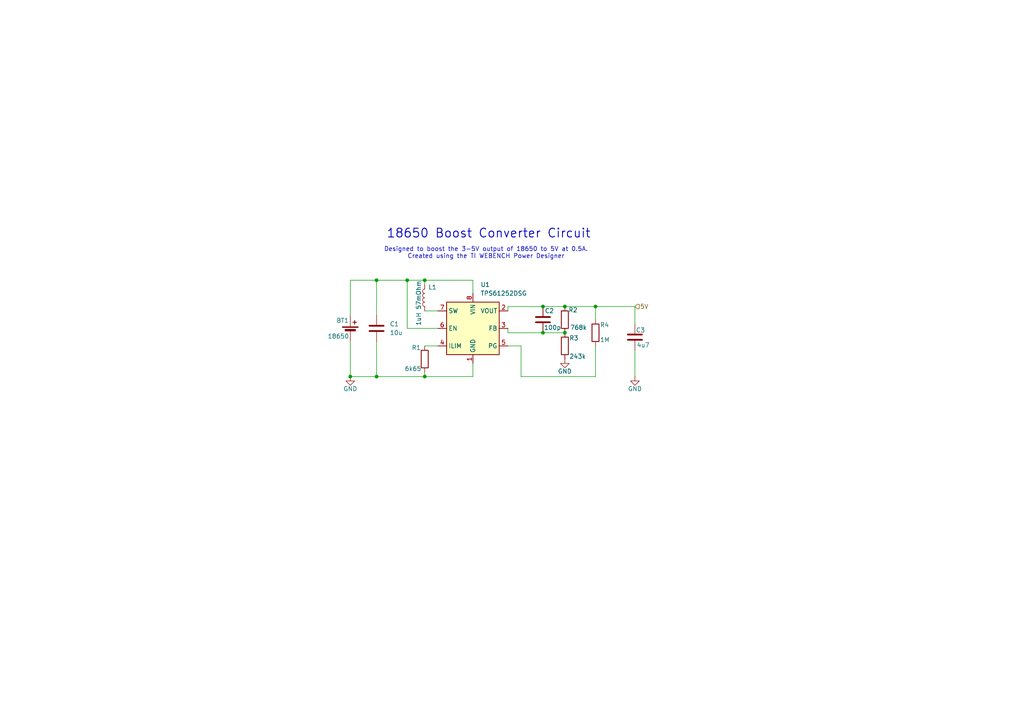
<source format=kicad_sch>
(kicad_sch (version 20231120) (generator "eeschema") (generator_version "8.0")
  (paper "A4")
  (title_block (title "18650 Power Boost Circuit"))
  (lib_symbols
    (symbol "Device:Battery_Cell" (pin_numbers hide) (pin_names (offset 0) hide)
      (property "Reference" "BT" (at 2.54 2.54 0))
      (property "Value" "Battery_Cell" (at 2.54 0 0))
      (symbol "Battery_Cell_0_1"
        (rectangle (start -2.286 1.778) (end 2.286 1.524) (fill (type outline)))
        (rectangle (start -1.524 1.016) (end 1.524 0.508) (fill (type outline)))
        (polyline (pts (xy 0 0.762) (xy 0 0)))
        (polyline (pts (xy 0 1.778) (xy 0 2.54)))
        (polyline (pts (xy 0.762 3.048) (xy 1.778 3.048)) (stroke (width 0.254)))
        (polyline (pts (xy 1.27 3.556) (xy 1.27 2.54)) (stroke (width 0.254)))
      )
      (symbol "Battery_Cell_1_1"
        (pin passive line (at 0 5.08 270) (length 2.54) (name "+") (number "1"))
        (pin passive line (at 0 -2.54 90) (length 2.54) (name "-") (number "2"))
      )
    )
    (symbol "Device:C" (pin_numbers hide) (pin_names (offset 0.254))
      (property "Reference" "C" (at 0.635 2.54 0))
      (property "Value" "C" (at 0.635 -2.54 0))
      (symbol "C_0_1"
        (polyline (pts (xy -2.032 -0.762) (xy 2.032 -0.762)) (stroke (width 0.508)))
        (polyline (pts (xy -2.032 0.762) (xy 2.032 0.762)) (stroke (width 0.508)))
      )
      (symbol "C_1_1"
        (pin passive line (at 0 3.81 270) (length 2.794) (name "~") (number "1"))
        (pin passive line (at 0 -3.81 90) (length 2.794) (name "~") (number "2"))
      )
    )
    (symbol "Device:L" (pin_numbers hide) (pin_names (offset 1.016) hide)
      (property "Reference" "L" (at -1.27 0 90))
      (property "Value" "L" (at 1.905 0 90))
      (symbol "L_0_1"
        (arc (start 0 -2.54) (mid 0.6323 -1.905) (end 0 -1.27))
        (arc (start 0 -1.27) (mid 0.6323 -0.635) (end 0 0))
        (arc (start 0 0) (mid 0.6323 0.635) (end 0 1.27))
        (arc (start 0 1.27) (mid 0.6323 1.905) (end 0 2.54))
      )
      (symbol "L_1_1"
        (pin passive line (at 0 3.81 270) (length 1.27) (name "1") (number "1"))
        (pin passive line (at 0 -3.81 90) (length 1.27) (name "2") (number "2"))
      )
    )
    (symbol "Device:R" (pin_numbers hide) (pin_names (offset 0))
      (property "Reference" "R" (at 2.032 0 90))
      (property "Value" "R" (at 0 0 90))
      (symbol "R_0_1"
        (rectangle (start -1.016 -2.54) (end 1.016 2.54) (stroke (width 0.254)))
      )
      (symbol "R_1_1"
        (pin passive line (at 0 3.81 270) (length 1.27) (name "~") (number "1"))
        (pin passive line (at 0 -3.81 90) (length 1.27) (name "~") (number "2"))
      )
    )
    (symbol "Regulator_Switching:TPS61252DSG"
      (property "Reference" "U" (at -7.62 10.16 0))
      (property "Value" "TPS61252DSG" (at 10.16 10.16 0))
      (symbol "TPS61252DSG_1_1"
        (rectangle (start -7.62 7.62) (end 7.62 -7.62) (stroke (width 0.254)) (fill (type background)))
        (pin power_in line (at 0 -10.16 90) (length 2.54) (name "GND") (number "1"))
        (pin power_out line (at 10.16 5.08 180) (length 2.54) (name "VOUT") (number "2"))
        (pin input line (at 10.16 0 180) (length 2.54) (name "FB") (number "3"))
        (pin input line (at -10.16 -5.08 0) (length 2.54) (name "ILIM") (number "4"))
        (pin open_collector line (at 10.16 -5.08 180) (length 2.54) (name "PG") (number "5"))
        (pin input line (at -10.16 0 0) (length 2.54) (name "EN") (number "6"))
        (pin passive line (at -10.16 5.08 0) (length 2.54) (name "SW") (number "7"))
        (pin power_in line (at 0 10.16 270) (length 2.54) (name "VIN") (number "8"))
        (pin passive line (at 0 -10.16 90) (length 2.54) hide (name "GND") (number "9"))
      )
    )
    (symbol "power:GND" (power) (pin_numbers hide) (pin_names (offset 0) hide)
      (property "Value" "GND" (at 0 -3.81 0))
      (symbol "GND_0_1"
        (polyline (pts (xy 0 0) (xy 0 -1.27) (xy 1.27 -1.27) (xy 0 -2.54) (xy -1.27 -1.27) (xy 0 -1.27)))
      )
      (symbol "GND_1_1"
        (pin power_in line (at 0 0 270) (length 0) (name "~") (number "1"))
      )
    )
  )
  (junction (at 109.22 109.22))
  (junction (at 163.83 88.9))
  (junction (at 118.11 81.28))
  (junction (at 123.19 81.28))
  (junction (at 109.22 81.28))
  (junction (at 157.48 96.52))
  (junction (at 157.48 88.9))
  (junction (at 123.19 109.22))
  (junction (at 101.6 109.22))
  (junction (at 172.72 88.9))
  (junction (at 163.83 96.52))
  (wire (pts (xy 184.15 88.9) (xy 184.15 93.98)))
  (wire (pts (xy 147.32 88.9) (xy 157.48 88.9)))
  (wire (pts (xy 101.6 109.22) (xy 109.22 109.22)))
  (wire (pts (xy 123.19 109.22) (xy 137.16 109.22)))
  (wire (pts (xy 109.22 99.06) (xy 109.22 109.22)))
  (wire (pts (xy 123.19 81.28) (xy 118.11 81.28)))
  (wire (pts (xy 172.72 88.9) (xy 184.15 88.9)))
  (wire (pts (xy 151.13 109.22) (xy 172.72 109.22)))
  (wire (pts (xy 118.11 95.25) (xy 118.11 81.28)))
  (wire (pts (xy 184.15 101.6) (xy 184.15 109.22)))
  (wire (pts (xy 157.48 96.52) (xy 163.83 96.52)))
  (wire (pts (xy 172.72 92.71) (xy 172.72 88.9)))
  (wire (pts (xy 172.72 88.9) (xy 163.83 88.9)))
  (wire (pts (xy 109.22 81.28) (xy 118.11 81.28)))
  (wire (pts (xy 101.6 81.28) (xy 101.6 91.44)))
  (wire (pts (xy 109.22 81.28) (xy 101.6 81.28)))
  (wire (pts (xy 127 95.25) (xy 118.11 95.25)))
  (wire (pts (xy 123.19 100.33) (xy 127 100.33)))
  (wire (pts (xy 109.22 109.22) (xy 123.19 109.22)))
  (wire (pts (xy 123.19 107.95) (xy 123.19 109.22)))
  (wire (pts (xy 109.22 81.28) (xy 109.22 91.44)))
  (wire (pts (xy 147.32 95.25) (xy 147.32 96.52)))
  (wire (pts (xy 147.32 100.33) (xy 151.13 100.33)))
  (wire (pts (xy 147.32 90.17) (xy 147.32 88.9)))
  (wire (pts (xy 137.16 105.41) (xy 137.16 109.22)))
  (wire (pts (xy 137.16 81.28) (xy 123.19 81.28)))
  (wire (pts (xy 151.13 100.33) (xy 151.13 109.22)))
  (wire (pts (xy 147.32 96.52) (xy 157.48 96.52)))
  (wire (pts (xy 101.6 99.06) (xy 101.6 109.22)))
  (wire (pts (xy 157.48 88.9) (xy 163.83 88.9)))
  (wire (pts (xy 137.16 85.09) (xy 137.16 81.28)))
  (wire (pts (xy 123.19 90.17) (xy 127 90.17)))
  (wire (pts (xy 123.19 81.28) (xy 123.19 82.55)))
  (wire (pts (xy 172.72 100.33) (xy 172.72 109.22)))
  (text "18650 Boost Converter Circuit\n" (at 141.732 67.818 0) (effects (font (size 2.54 2.54) (thickness 0.254) (bold yes))))
  (text "Designed to boost the 3-5V output of 18650 to 5V at 0.5A.\nCreated using the TI WEBENCH Power Designer\n" (at 140.97 73.406 0) (effects (font (size 1.27 1.27))))
  (hierarchical_label "5V" (shape input) (at 184.15 88.9 0))
  (symbol (lib_id "Device:R") (at 123.19 104.14 0) (unit 1)
    (property "Reference" "R1" (at 119.38 100.838 0) (effects (justify left)))
    (property "Value" "6k65" (at 117.348 106.934 0) (effects (justify left)))
    (property "Footprint" "Resistor_SMD:R_0603_1608Metric" (effects (hide yes)))
    (property "Description" "Resistor" (effects (hide yes)))
    (property "JLC Part Number" "C3016441" (effects (hide yes)))
  )
  (symbol (lib_id "Device:R") (at 163.83 100.33 0) (unit 1)
    (property "Reference" "R3" (at 165.1 98.044 0) (effects (justify left)))
    (property "Value" "243k" (at 165.1 103.378 0) (effects (justify left)))
    (property "Footprint" "Resistor_SMD:R_0402_1005Metric" (effects (hide yes)))
    (property "Description" "Resistor" (effects (hide yes)))
    (property "JLC Part Number" "C43249" (effects (hide yes)))
  )
  (symbol (lib_id "power:GND") (at 101.6 109.22 0) (unit 1)
    (property "Reference" "#PWR01" (effects (hide yes)))
    (property "Value" "GND" (at 101.6 112.776 0))
    (property "Description" "Power symbol creates a global label with name \"GND\" , ground" (effects (hide yes)))
  )
  (symbol (lib_id "Device:C") (at 157.48 92.71 0) (unit 1)
    (property "Reference" "C2" (at 157.988 90.17 0) (effects (justify left)))
    (property "Value" "100p" (at 157.734 94.996 0) (effects (justify left)))
    (property "Footprint" "Capacitor_SMD:C_0603_1608Metric" (effects (hide yes)))
    (property "Description" "Unpolarized capacitor" (effects (hide yes)))
    (property "JLC Part Number" "C14858" (effects (hide yes)))
  )
  (symbol (lib_id "Device:L") (at 123.19 86.36 180) (unit 1)
    (property "Reference" "L1" (at 124.206 83.312 0) (effects (justify right)))
    (property "Value" "1uH 57mOhm" (at 121.412 94.488 90) (effects (justify right)))
    (property "Footprint" "Inductor_SMD:L_1008_2520Metric" (effects (hide yes)))
    (property "Description" "Inductor" (effects (hide yes)))
    (property "JLC Part Number" "C435392" (effects (hide yes)))
  )
  (symbol (lib_id "Device:C") (at 184.15 97.79 0) (unit 1)
    (property "Reference" "C3" (at 184.404 95.758 0) (effects (justify left)))
    (property "Value" "4u7" (at 184.658 100.076 0) (effects (justify left)))
    (property "Footprint" "Capacitor_SMD:C_0603_1608Metric" (effects (hide yes)))
    (property "Description" "Unpolarized capacitor" (effects (hide yes)))
    (property "JLC Part Number" "C19666" (effects (hide yes)))
  )
  (symbol (lib_id "Device:R") (at 163.83 92.71 0) (unit 1)
    (property "Reference" "R2" (at 164.846 89.916 0) (effects (justify left)))
    (property "Value" "768k" (at 165.354 94.996 0) (effects (justify left)))
    (property "Footprint" "Resistor_SMD:R_0402_1005Metric" (effects (hide yes)))
    (property "Description" "Resistor" (effects (hide yes)))
    (property "JLC Part Number" "C27017" (effects (hide yes)))
  )
  (symbol (lib_id "Device:R") (at 172.72 96.52 0) (unit 1)
    (property "Reference" "R4" (at 173.99 94.234 0) (effects (justify left)))
    (property "Value" "1M" (at 173.99 98.552 0) (effects (justify left)))
    (property "Footprint" "Resistor_SMD:R_0603_1608Metric" (effects (hide yes)))
    (property "Description" "Resistor" (effects (hide yes)))
    (property "JLC Part Number" "C22935" (effects (hide yes)))
  )
  (symbol (lib_id "power:GND") (at 163.83 104.14 0) (unit 1)
    (property "Reference" "#PWR02" (effects (hide yes)))
    (property "Value" "GND" (at 163.83 107.696 0))
    (property "Description" "Power symbol creates a global label with name \"GND\" , ground" (effects (hide yes)))
  )
  (symbol (lib_id "power:GND") (at 184.15 109.22 0) (unit 1)
    (property "Reference" "#PWR03" (effects (hide yes)))
    (property "Value" "GND" (at 184.15 112.776 0))
    (property "Description" "Power symbol creates a global label with name \"GND\" , ground" (effects (hide yes)))
  )
  (symbol (lib_id "Device:C") (at 109.22 95.25 0) (unit 1)
    (property "Reference" "C1" (at 113.03 93.9799 0) (effects (justify left)))
    (property "Value" "10u" (at 113.03 96.5199 0) (effects (justify left)))
    (property "Footprint" "Capacitor_SMD:C_0603_1608Metric" (effects (hide yes)))
    (property "Description" "Unpolarized capacitor" (effects (hide yes)))
    (property "JLC Part Number" "C19702" (effects (hide yes)))
  )
  (symbol (lib_id "Device:Battery_Cell") (at 101.6 96.52 0) (unit 1)
    (property "Reference" "BT1" (at 97.536 92.964 0) (effects (justify left)))
    (property "Value" "18650" (at 94.996 97.536 0) (effects (justify left)))
    (property "Footprint" "Battery:BatteryHolder_Keystone_1042_1x18650" (effects (hide yes)))
    (property "Description" "Single-cell battery" (effects (hide yes)))
    (property "JLC Part Number" "C2988620" (effects (hide yes)))
  )
  (symbol (lib_id "Regulator_Switching:TPS61252DSG") (at 137.16 95.25 0) (unit 1)
    (property "Reference" "U1" (at 139.3541 82.55 0) (effects (justify left)))
    (property "Value" "TPS61252DSG" (at 139.3541 85.09 0) (effects (justify left)))
    (property "Footprint" "Package_SON:WSON-8-1EP_2x2mm_P0.5mm_EP0.9x1.6mm" (effects (hide yes)))
    (property "Datasheet" "http://www.ti.com/lit/ds/symlink/tps61252.pdf" (effects (hide yes)))
    (property "Description" "Tiny 1.5-A Boost Converter With Adjustable Input Current Limit, 2.3-6.0V Vin, 3.0-6.5V Vout, WSON-8" (effects (hide yes)))
    (property "JLC Part Number" "C128617" (effects (hide yes)))
  )
)
</source>
